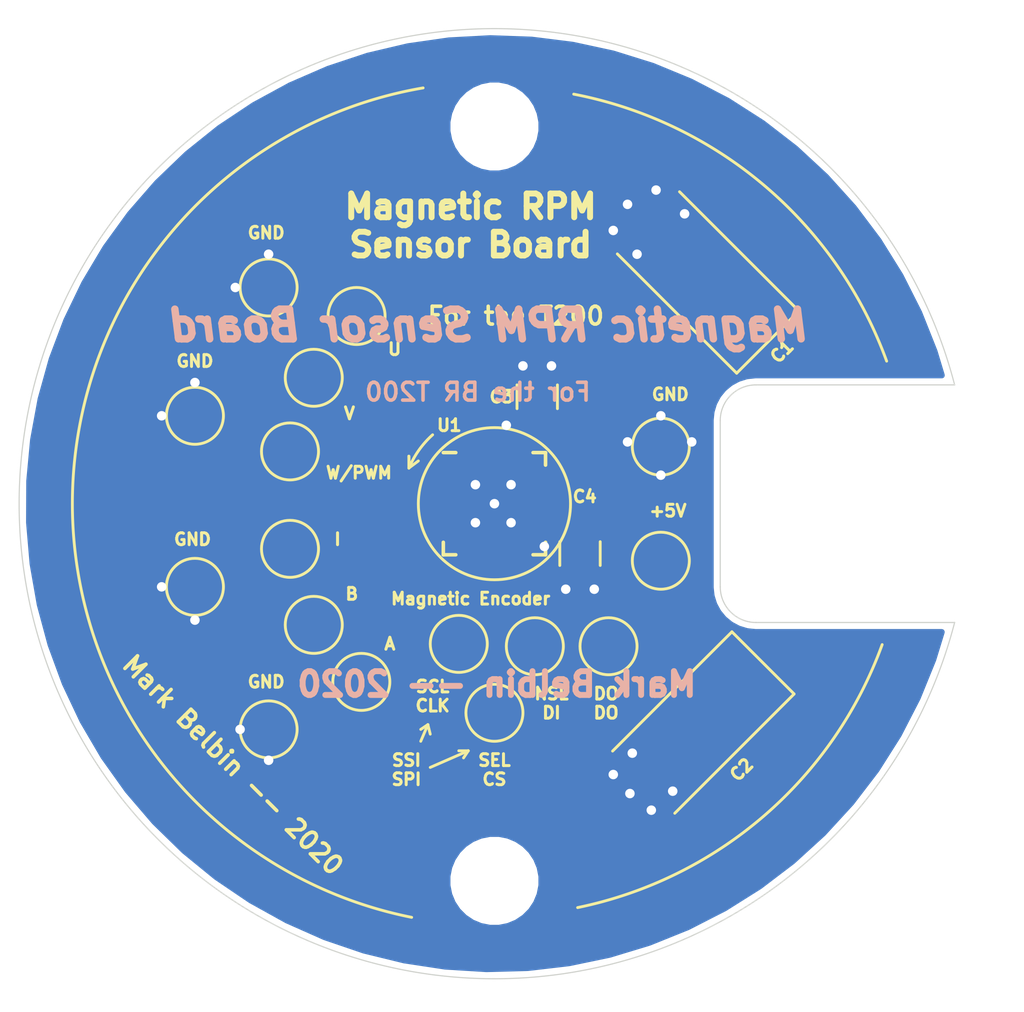
<source format=kicad_pcb>
(kicad_pcb (version 20171130) (host pcbnew "(5.1.5)-3")

  (general
    (thickness 1.6)
    (drawings 44)
    (tracks 122)
    (zones 0)
    (modules 23)
    (nets 23)
  )

  (page A4)
  (layers
    (0 F.Cu signal)
    (31 B.Cu signal)
    (32 B.Adhes user)
    (33 F.Adhes user)
    (34 B.Paste user)
    (35 F.Paste user)
    (36 B.SilkS user)
    (37 F.SilkS user)
    (38 B.Mask user)
    (39 F.Mask user)
    (40 Dwgs.User user)
    (41 Cmts.User user)
    (42 Eco1.User user)
    (43 Eco2.User user)
    (44 Edge.Cuts user)
    (45 Margin user)
    (46 B.CrtYd user)
    (47 F.CrtYd user)
    (48 B.Fab user)
    (49 F.Fab user hide)
  )

  (setup
    (last_trace_width 0.25)
    (user_trace_width 0.1524)
    (user_trace_width 1)
    (trace_clearance 0.2)
    (zone_clearance 0.25)
    (zone_45_only no)
    (trace_min 0.127)
    (via_size 0.8)
    (via_drill 0.4)
    (via_min_size 0.3)
    (via_min_drill 0.3)
    (user_via 0.5 0.3)
    (uvia_size 0.3)
    (uvia_drill 0.1)
    (uvias_allowed no)
    (uvia_min_size 0.2)
    (uvia_min_drill 0.1)
    (edge_width 0.05)
    (segment_width 0.2)
    (pcb_text_width 0.3)
    (pcb_text_size 1.5 1.5)
    (mod_edge_width 0.12)
    (mod_text_size 1 1)
    (mod_text_width 0.15)
    (pad_size 1.524 1.524)
    (pad_drill 0.762)
    (pad_to_mask_clearance 0.051)
    (solder_mask_min_width 0.25)
    (aux_axis_origin 0 0)
    (visible_elements FFFFFF7F)
    (pcbplotparams
      (layerselection 0x010f0_ffffffff)
      (usegerberextensions true)
      (usegerberattributes false)
      (usegerberadvancedattributes false)
      (creategerberjobfile false)
      (excludeedgelayer true)
      (linewidth 0.100000)
      (plotframeref false)
      (viasonmask false)
      (mode 1)
      (useauxorigin false)
      (hpglpennumber 1)
      (hpglpenspeed 20)
      (hpglpendiameter 15.000000)
      (psnegative false)
      (psa4output false)
      (plotreference true)
      (plotvalue true)
      (plotinvisibletext false)
      (padsonsilk false)
      (subtractmaskfromsilk false)
      (outputformat 1)
      (mirror false)
      (drillshape 0)
      (scaleselection 1)
      (outputdirectory "Gerbers/"))
  )

  (net 0 "")
  (net 1 +5V)
  (net 2 GND)
  (net 3 "Net-(J1-Pad1)")
  (net 4 "Net-(J2-Pad1)")
  (net 5 "Net-(J4-Pad1)")
  (net 6 "Net-(J5-Pad1)")
  (net 7 "Net-(J6-Pad1)")
  (net 8 "Net-(J7-Pad1)")
  (net 9 "Net-(J8-Pad1)")
  (net 10 "Net-(J9-Pad1)")
  (net 11 "Net-(J10-Pad1)")
  (net 12 "Net-(J11-Pad1)")
  (net 13 "Net-(U1-Pad18)")
  (net 14 "Net-(U1-Pad17)")
  (net 15 "Net-(U1-Pad16)")
  (net 16 "Net-(U1-Pad15)")
  (net 17 "Net-(U1-Pad6)")
  (net 18 "Net-(U1-Pad5)")
  (net 19 "Net-(U1-Pad4)")
  (net 20 "Net-(U1-Pad3)")
  (net 21 "Net-(U1-Pad2)")
  (net 22 "Net-(U1-Pad1)")

  (net_class Default "This is the default net class."
    (clearance 0.2)
    (trace_width 0.25)
    (via_dia 0.8)
    (via_drill 0.4)
    (uvia_dia 0.3)
    (uvia_drill 0.1)
    (add_net +5V)
    (add_net GND)
    (add_net "Net-(J1-Pad1)")
    (add_net "Net-(J10-Pad1)")
    (add_net "Net-(J11-Pad1)")
    (add_net "Net-(J2-Pad1)")
    (add_net "Net-(J4-Pad1)")
    (add_net "Net-(J5-Pad1)")
    (add_net "Net-(J6-Pad1)")
    (add_net "Net-(J7-Pad1)")
    (add_net "Net-(J8-Pad1)")
    (add_net "Net-(J9-Pad1)")
    (add_net "Net-(U1-Pad1)")
    (add_net "Net-(U1-Pad15)")
    (add_net "Net-(U1-Pad16)")
    (add_net "Net-(U1-Pad17)")
    (add_net "Net-(U1-Pad18)")
    (add_net "Net-(U1-Pad2)")
    (add_net "Net-(U1-Pad3)")
    (add_net "Net-(U1-Pad4)")
    (add_net "Net-(U1-Pad5)")
    (add_net "Net-(U1-Pad6)")
  )

  (module Capacitors_Tantalum_SMD:CP_Tantalum_Case-U_EIA-6032-15_Reflow (layer F.Cu) (tedit 58CC8C08) (tstamp 5E3088E1)
    (at 108.6 90.3 135)
    (descr "Tantalum capacitor, Case U, EIA 6032-15, 6.0x3.2x1.5mm, Reflow soldering footprint")
    (tags "capacitor tantalum smd")
    (path /5E33FE56)
    (attr smd)
    (fp_text reference C1 (at -4.808326 0.141421 225) (layer F.SilkS)
      (effects (font (size 0.5 0.5) (thickness 0.125)))
    )
    (fp_text value 100uF (at 0 3.35 135) (layer F.Fab)
      (effects (font (size 1 1) (thickness 0.15)))
    )
    (fp_text user %R (at 0 0 135) (layer F.Fab)
      (effects (font (size 1 1) (thickness 0.15)))
    )
    (fp_line (start -4.2 -2) (end -4.2 2) (layer F.CrtYd) (width 0.05))
    (fp_line (start -4.2 2) (end 4.2 2) (layer F.CrtYd) (width 0.05))
    (fp_line (start 4.2 2) (end 4.2 -2) (layer F.CrtYd) (width 0.05))
    (fp_line (start 4.2 -2) (end -4.2 -2) (layer F.CrtYd) (width 0.05))
    (fp_line (start -3 -1.6) (end -3 1.6) (layer F.Fab) (width 0.1))
    (fp_line (start -3 1.6) (end 3 1.6) (layer F.Fab) (width 0.1))
    (fp_line (start 3 1.6) (end 3 -1.6) (layer F.Fab) (width 0.1))
    (fp_line (start 3 -1.6) (end -3 -1.6) (layer F.Fab) (width 0.1))
    (fp_line (start -2.4 -1.6) (end -2.4 1.6) (layer F.Fab) (width 0.1))
    (fp_line (start -2.1 -1.6) (end -2.1 1.6) (layer F.Fab) (width 0.1))
    (fp_line (start -4.1 -1.85) (end 3 -1.85) (layer F.SilkS) (width 0.12))
    (fp_line (start -4.1 1.85) (end 3 1.85) (layer F.SilkS) (width 0.12))
    (fp_line (start -4.1 -1.85) (end -4.1 1.85) (layer F.SilkS) (width 0.12))
    (pad 1 smd rect (at -2.525 0 135) (size 2.55 2.5) (layers F.Cu F.Paste F.Mask)
      (net 1 +5V))
    (pad 2 smd rect (at 2.525 0 135) (size 2.55 2.5) (layers F.Cu F.Paste F.Mask)
      (net 2 GND))
    (model Capacitors_Tantalum_SMD.3dshapes/CP_Tantalum_Case-U_EIA-6032-15.wrl
      (at (xyz 0 0 0))
      (scale (xyz 1 1 1))
      (rotate (xyz 0 0 0))
    )
  )

  (module Capacitors_Tantalum_SMD:CP_Tantalum_Case-U_EIA-6032-15_Reflow (layer F.Cu) (tedit 58CC8C08) (tstamp 5E30967F)
    (at 108.4 109.6 225)
    (descr "Tantalum capacitor, Case U, EIA 6032-15, 6.0x3.2x1.5mm, Reflow soldering footprint")
    (tags "capacitor tantalum smd")
    (path /5E344CDE)
    (attr smd)
    (fp_text reference C2 (at -0.282843 -2.545584 45) (layer F.SilkS)
      (effects (font (size 0.5 0.5) (thickness 0.125)))
    )
    (fp_text value 100uF (at 0 3.35 45) (layer F.Fab)
      (effects (font (size 1 1) (thickness 0.15)))
    )
    (fp_line (start -4.1 -1.85) (end -4.1 1.85) (layer F.SilkS) (width 0.12))
    (fp_line (start -4.1 1.85) (end 3 1.85) (layer F.SilkS) (width 0.12))
    (fp_line (start -4.1 -1.85) (end 3 -1.85) (layer F.SilkS) (width 0.12))
    (fp_line (start -2.1 -1.6) (end -2.1 1.6) (layer F.Fab) (width 0.1))
    (fp_line (start -2.4 -1.6) (end -2.4 1.6) (layer F.Fab) (width 0.1))
    (fp_line (start 3 -1.6) (end -3 -1.6) (layer F.Fab) (width 0.1))
    (fp_line (start 3 1.6) (end 3 -1.6) (layer F.Fab) (width 0.1))
    (fp_line (start -3 1.6) (end 3 1.6) (layer F.Fab) (width 0.1))
    (fp_line (start -3 -1.6) (end -3 1.6) (layer F.Fab) (width 0.1))
    (fp_line (start 4.2 -2) (end -4.2 -2) (layer F.CrtYd) (width 0.05))
    (fp_line (start 4.2 2) (end 4.2 -2) (layer F.CrtYd) (width 0.05))
    (fp_line (start -4.2 2) (end 4.2 2) (layer F.CrtYd) (width 0.05))
    (fp_line (start -4.2 -2) (end -4.2 2) (layer F.CrtYd) (width 0.05))
    (fp_text user %R (at 0 0 45) (layer F.Fab)
      (effects (font (size 1 1) (thickness 0.15)))
    )
    (pad 2 smd rect (at 2.525 0 225) (size 2.55 2.5) (layers F.Cu F.Paste F.Mask)
      (net 2 GND))
    (pad 1 smd rect (at -2.525 0 225) (size 2.55 2.5) (layers F.Cu F.Paste F.Mask)
      (net 1 +5V))
    (model Capacitors_Tantalum_SMD.3dshapes/CP_Tantalum_Case-U_EIA-6032-15.wrl
      (at (xyz 0 0 0))
      (scale (xyz 1 1 1))
      (rotate (xyz 0 0 0))
    )
  )

  (module Capacitors_SMD:C_0805 (layer F.Cu) (tedit 58AA8463) (tstamp 5E308906)
    (at 101.8 95.5 90)
    (descr "Capacitor SMD 0805, reflow soldering, AVX (see smccp.pdf)")
    (tags "capacitor 0805")
    (path /5E310723)
    (attr smd)
    (fp_text reference C3 (at 0 -1.5 180) (layer F.SilkS)
      (effects (font (size 0.5 0.5) (thickness 0.125)))
    )
    (fp_text value 0.1uF (at 0 1.75 90) (layer F.Fab)
      (effects (font (size 1 1) (thickness 0.15)))
    )
    (fp_line (start 1.75 0.87) (end -1.75 0.87) (layer F.CrtYd) (width 0.05))
    (fp_line (start 1.75 0.87) (end 1.75 -0.88) (layer F.CrtYd) (width 0.05))
    (fp_line (start -1.75 -0.88) (end -1.75 0.87) (layer F.CrtYd) (width 0.05))
    (fp_line (start -1.75 -0.88) (end 1.75 -0.88) (layer F.CrtYd) (width 0.05))
    (fp_line (start -0.5 0.85) (end 0.5 0.85) (layer F.SilkS) (width 0.12))
    (fp_line (start 0.5 -0.85) (end -0.5 -0.85) (layer F.SilkS) (width 0.12))
    (fp_line (start -1 -0.62) (end 1 -0.62) (layer F.Fab) (width 0.1))
    (fp_line (start 1 -0.62) (end 1 0.62) (layer F.Fab) (width 0.1))
    (fp_line (start 1 0.62) (end -1 0.62) (layer F.Fab) (width 0.1))
    (fp_line (start -1 0.62) (end -1 -0.62) (layer F.Fab) (width 0.1))
    (fp_text user %R (at 0 -1.5 90) (layer F.Fab)
      (effects (font (size 1 1) (thickness 0.15)))
    )
    (pad 2 smd rect (at 1 0 90) (size 1 1.25) (layers F.Cu F.Paste F.Mask)
      (net 2 GND))
    (pad 1 smd rect (at -1 0 90) (size 1 1.25) (layers F.Cu F.Paste F.Mask)
      (net 1 +5V))
    (model Capacitors_SMD.3dshapes/C_0805.wrl
      (at (xyz 0 0 0))
      (scale (xyz 1 1 1))
      (rotate (xyz 0 0 0))
    )
  )

  (module Capacitors_SMD:C_0805 (layer F.Cu) (tedit 58AA8463) (tstamp 5E308917)
    (at 103.6 102.1 270)
    (descr "Capacitor SMD 0805, reflow soldering, AVX (see smccp.pdf)")
    (tags "capacitor 0805")
    (path /5E30EFF3)
    (attr smd)
    (fp_text reference C4 (at -2.4 -0.2 180) (layer F.SilkS)
      (effects (font (size 0.5 0.5) (thickness 0.125)))
    )
    (fp_text value 10uF (at 0 1.75 90) (layer F.Fab)
      (effects (font (size 1 1) (thickness 0.15)))
    )
    (fp_text user %R (at 0 -1.5 90) (layer F.Fab)
      (effects (font (size 1 1) (thickness 0.15)))
    )
    (fp_line (start -1 0.62) (end -1 -0.62) (layer F.Fab) (width 0.1))
    (fp_line (start 1 0.62) (end -1 0.62) (layer F.Fab) (width 0.1))
    (fp_line (start 1 -0.62) (end 1 0.62) (layer F.Fab) (width 0.1))
    (fp_line (start -1 -0.62) (end 1 -0.62) (layer F.Fab) (width 0.1))
    (fp_line (start 0.5 -0.85) (end -0.5 -0.85) (layer F.SilkS) (width 0.12))
    (fp_line (start -0.5 0.85) (end 0.5 0.85) (layer F.SilkS) (width 0.12))
    (fp_line (start -1.75 -0.88) (end 1.75 -0.88) (layer F.CrtYd) (width 0.05))
    (fp_line (start -1.75 -0.88) (end -1.75 0.87) (layer F.CrtYd) (width 0.05))
    (fp_line (start 1.75 0.87) (end 1.75 -0.88) (layer F.CrtYd) (width 0.05))
    (fp_line (start 1.75 0.87) (end -1.75 0.87) (layer F.CrtYd) (width 0.05))
    (pad 1 smd rect (at -1 0 270) (size 1 1.25) (layers F.Cu F.Paste F.Mask)
      (net 1 +5V))
    (pad 2 smd rect (at 1 0 270) (size 1 1.25) (layers F.Cu F.Paste F.Mask)
      (net 2 GND))
    (model Capacitors_SMD.3dshapes/C_0805.wrl
      (at (xyz 0 0 0))
      (scale (xyz 1 1 1))
      (rotate (xyz 0 0 0))
    )
  )

  (module Mounting_Holes:MountingHole_3.2mm_M3_ISO14580 (layer F.Cu) (tedit 56D1B4CB) (tstamp 5E309377)
    (at 100 84.125)
    (descr "Mounting Hole 3.2mm, no annular, M3, ISO14580")
    (tags "mounting hole 3.2mm no annular m3 iso14580")
    (path /5E30C95B)
    (attr virtual)
    (fp_text reference H1 (at 0 -3.75) (layer F.SilkS) hide
      (effects (font (size 1 1) (thickness 0.15)))
    )
    (fp_text value MountingHole (at 0 3.75) (layer F.Fab)
      (effects (font (size 1 1) (thickness 0.15)))
    )
    (fp_circle (center 0 0) (end 3 0) (layer F.CrtYd) (width 0.05))
    (fp_circle (center 0 0) (end 2.75 0) (layer Cmts.User) (width 0.15))
    (fp_text user %R (at 0.3 0) (layer F.Fab)
      (effects (font (size 1 1) (thickness 0.15)))
    )
    (pad 1 np_thru_hole circle (at 0 0) (size 3.2 3.2) (drill 3.2) (layers *.Cu *.Mask))
  )

  (module Mounting_Holes:MountingHole_3.2mm_M3_ISO14580 (layer F.Cu) (tedit 56D1B4CB) (tstamp 5E308927)
    (at 100 115.875)
    (descr "Mounting Hole 3.2mm, no annular, M3, ISO14580")
    (tags "mounting hole 3.2mm no annular m3 iso14580")
    (path /5E30DB5E)
    (attr virtual)
    (fp_text reference H2 (at 0 -3.75) (layer F.SilkS) hide
      (effects (font (size 1 1) (thickness 0.15)))
    )
    (fp_text value MountingHole (at 0 3.75) (layer F.Fab)
      (effects (font (size 1 1) (thickness 0.15)))
    )
    (fp_text user %R (at 0.3 0) (layer F.Fab)
      (effects (font (size 1 1) (thickness 0.15)))
    )
    (fp_circle (center 0 0) (end 2.75 0) (layer Cmts.User) (width 0.15))
    (fp_circle (center 0 0) (end 3 0) (layer F.CrtYd) (width 0.05))
    (pad 1 np_thru_hole circle (at 0 0) (size 3.2 3.2) (drill 3.2) (layers *.Cu *.Mask))
  )

  (module Housings_DFN_QFN:QFN-24-1EP_4x4mm_Pitch0.5mm (layer F.Cu) (tedit 54130A77) (tstamp 5E308AD7)
    (at 100 100)
    (descr "24-Lead Plastic Quad Flat, No Lead Package (MJ) - 4x4x0.9 mm Body [QFN]; (see Microchip Packaging Specification 00000049BS.pdf)")
    (tags "QFN 0.5")
    (path /5E30854E)
    (clearance 0.127)
    (attr smd)
    (fp_text reference U1 (at -1.9 -3.3) (layer F.SilkS)
      (effects (font (size 0.5 0.5) (thickness 0.125)))
    )
    (fp_text value MAG_ENCODER_AEAT-8800-Q24 (at 0 3.375) (layer F.Fab)
      (effects (font (size 1 1) (thickness 0.15)))
    )
    (fp_line (start 2.15 -2.15) (end 1.625 -2.15) (layer F.SilkS) (width 0.15))
    (fp_line (start 2.15 2.15) (end 1.625 2.15) (layer F.SilkS) (width 0.15))
    (fp_line (start -2.15 2.15) (end -1.625 2.15) (layer F.SilkS) (width 0.15))
    (fp_line (start -2.15 -2.15) (end -1.625 -2.15) (layer F.SilkS) (width 0.15))
    (fp_line (start 2.15 2.15) (end 2.15 1.625) (layer F.SilkS) (width 0.15))
    (fp_line (start -2.15 2.15) (end -2.15 1.625) (layer F.SilkS) (width 0.15))
    (fp_line (start 2.15 -2.15) (end 2.15 -1.625) (layer F.SilkS) (width 0.15))
    (fp_line (start -2.65 2.65) (end 2.65 2.65) (layer F.CrtYd) (width 0.05))
    (fp_line (start -2.65 -2.65) (end 2.65 -2.65) (layer F.CrtYd) (width 0.05))
    (fp_line (start 2.65 -2.65) (end 2.65 2.65) (layer F.CrtYd) (width 0.05))
    (fp_line (start -2.65 -2.65) (end -2.65 2.65) (layer F.CrtYd) (width 0.05))
    (fp_line (start -2 -1) (end -1 -2) (layer F.Fab) (width 0.15))
    (fp_line (start -2 2) (end -2 -1) (layer F.Fab) (width 0.15))
    (fp_line (start 2 2) (end -2 2) (layer F.Fab) (width 0.15))
    (fp_line (start 2 -2) (end 2 2) (layer F.Fab) (width 0.15))
    (fp_line (start -1 -2) (end 2 -2) (layer F.Fab) (width 0.15))
    (pad 25 smd rect (at -0.65 -0.65) (size 1.3 1.3) (layers F.Cu F.Paste F.Mask)
      (net 2 GND) (solder_paste_margin_ratio -0.2))
    (pad 25 smd rect (at -0.65 0.65) (size 1.3 1.3) (layers F.Cu F.Paste F.Mask)
      (net 2 GND) (solder_paste_margin_ratio -0.2))
    (pad 25 smd rect (at 0.65 -0.65) (size 1.3 1.3) (layers F.Cu F.Paste F.Mask)
      (net 2 GND) (solder_paste_margin_ratio -0.2))
    (pad 25 smd rect (at 0.65 0.65) (size 1.3 1.3) (layers F.Cu F.Paste F.Mask)
      (net 2 GND) (solder_paste_margin_ratio -0.2))
    (pad 24 smd rect (at -1.25 -1.95 90) (size 0.85 0.3) (layers F.Cu F.Paste F.Mask)
      (net 8 "Net-(J7-Pad1)"))
    (pad 23 smd rect (at -0.75 -1.95 90) (size 0.85 0.3) (layers F.Cu F.Paste F.Mask)
      (net 7 "Net-(J6-Pad1)"))
    (pad 22 smd rect (at -0.25 -1.95 90) (size 0.85 0.3) (layers F.Cu F.Paste F.Mask)
      (net 6 "Net-(J5-Pad1)"))
    (pad 21 smd rect (at 0.25 -1.95 90) (size 0.85 0.3) (layers F.Cu F.Paste F.Mask)
      (net 12 "Net-(J11-Pad1)"))
    (pad 20 smd rect (at 0.75 -1.95 90) (size 0.85 0.3) (layers F.Cu F.Paste F.Mask)
      (net 2 GND))
    (pad 19 smd rect (at 1.25 -1.95 90) (size 0.85 0.3) (layers F.Cu F.Paste F.Mask)
      (net 1 +5V))
    (pad 18 smd rect (at 1.95 -1.25) (size 0.85 0.3) (layers F.Cu F.Paste F.Mask)
      (net 13 "Net-(U1-Pad18)"))
    (pad 17 smd rect (at 1.95 -0.75) (size 0.85 0.3) (layers F.Cu F.Paste F.Mask)
      (net 14 "Net-(U1-Pad17)"))
    (pad 16 smd rect (at 1.95 -0.25) (size 0.85 0.3) (layers F.Cu F.Paste F.Mask)
      (net 15 "Net-(U1-Pad16)"))
    (pad 15 smd rect (at 1.95 0.25) (size 0.85 0.3) (layers F.Cu F.Paste F.Mask)
      (net 16 "Net-(U1-Pad15)"))
    (pad 14 smd rect (at 1.95 0.75) (size 0.85 0.3) (layers F.Cu F.Paste F.Mask)
      (net 1 +5V))
    (pad 13 smd rect (at 1.95 1.25) (size 0.85 0.3) (layers F.Cu F.Paste F.Mask)
      (net 2 GND))
    (pad 12 smd rect (at 1.25 1.95 90) (size 0.85 0.3) (layers F.Cu F.Paste F.Mask)
      (net 11 "Net-(J10-Pad1)"))
    (pad 11 smd rect (at 0.75 1.95 90) (size 0.85 0.3) (layers F.Cu F.Paste F.Mask)
      (net 10 "Net-(J9-Pad1)"))
    (pad 10 smd rect (at 0.25 1.95 90) (size 0.85 0.3) (layers F.Cu F.Paste F.Mask)
      (net 9 "Net-(J8-Pad1)"))
    (pad 9 smd rect (at -0.25 1.95 90) (size 0.85 0.3) (layers F.Cu F.Paste F.Mask)
      (net 5 "Net-(J4-Pad1)"))
    (pad 8 smd rect (at -0.75 1.95 90) (size 0.85 0.3) (layers F.Cu F.Paste F.Mask)
      (net 4 "Net-(J2-Pad1)"))
    (pad 7 smd rect (at -1.25 1.95 90) (size 0.85 0.3) (layers F.Cu F.Paste F.Mask)
      (net 3 "Net-(J1-Pad1)"))
    (pad 6 smd rect (at -1.95 1.25) (size 0.85 0.3) (layers F.Cu F.Paste F.Mask)
      (net 17 "Net-(U1-Pad6)"))
    (pad 5 smd rect (at -1.95 0.75) (size 0.85 0.3) (layers F.Cu F.Paste F.Mask)
      (net 18 "Net-(U1-Pad5)"))
    (pad 4 smd rect (at -1.95 0.25) (size 0.85 0.3) (layers F.Cu F.Paste F.Mask)
      (net 19 "Net-(U1-Pad4)"))
    (pad 3 smd rect (at -1.95 -0.25) (size 0.85 0.3) (layers F.Cu F.Paste F.Mask)
      (net 20 "Net-(U1-Pad3)"))
    (pad 2 smd rect (at -1.95 -0.75) (size 0.85 0.3) (layers F.Cu F.Paste F.Mask)
      (net 21 "Net-(U1-Pad2)"))
    (pad 1 smd rect (at -1.95 -1.25) (size 0.85 0.3) (layers F.Cu F.Paste F.Mask)
      (net 22 "Net-(U1-Pad1)"))
    (model ${KISYS3DMOD}/Housings_DFN_QFN.3dshapes/QFN-24-1EP_4x4mm_Pitch0.5mm.wrl
      (at (xyz 0 0 0))
      (scale (xyz 1 1 1))
      (rotate (xyz 0 0 0))
    )
  )

  (module Testpoints:TestPoint_Pad_D2.0mm (layer F.Cu) (tedit 5A0F774F) (tstamp 5E309222)
    (at 91.4 101.9)
    (descr "SMD pad as test Point, diameter 2.0mm")
    (tags "test point SMD pad")
    (path /5E324C0D)
    (attr virtual)
    (fp_text reference J1 (at 0 -1.998) (layer F.SilkS) hide
      (effects (font (size 1 1) (thickness 0.15)))
    )
    (fp_text value I (at 0 2.05) (layer F.Fab)
      (effects (font (size 1 1) (thickness 0.15)))
    )
    (fp_circle (center 0 0) (end 0 1.2) (layer F.SilkS) (width 0.12))
    (fp_circle (center 0 0) (end 1.5 0) (layer F.CrtYd) (width 0.05))
    (fp_text user %R (at 0 -2) (layer F.Fab)
      (effects (font (size 1 1) (thickness 0.15)))
    )
    (pad 1 smd circle (at 0 0) (size 2 2) (layers F.Cu F.Mask)
      (net 3 "Net-(J1-Pad1)"))
  )

  (module Testpoints:TestPoint_Pad_D2.0mm (layer F.Cu) (tedit 5A0F774F) (tstamp 5E309229)
    (at 92.4 105.1)
    (descr "SMD pad as test Point, diameter 2.0mm")
    (tags "test point SMD pad")
    (path /5E325BD5)
    (attr virtual)
    (fp_text reference J2 (at 0 -1.998) (layer F.SilkS) hide
      (effects (font (size 1 1) (thickness 0.15)))
    )
    (fp_text value B (at 0 2.05) (layer F.Fab)
      (effects (font (size 1 1) (thickness 0.15)))
    )
    (fp_text user %R (at 0 -2) (layer F.Fab)
      (effects (font (size 1 1) (thickness 0.15)))
    )
    (fp_circle (center 0 0) (end 1.5 0) (layer F.CrtYd) (width 0.05))
    (fp_circle (center 0 0) (end 0 1.2) (layer F.SilkS) (width 0.12))
    (pad 1 smd circle (at 0 0) (size 2 2) (layers F.Cu F.Mask)
      (net 4 "Net-(J2-Pad1)"))
  )

  (module Testpoints:TestPoint_Pad_D2.0mm (layer F.Cu) (tedit 5A0F774F) (tstamp 5E309230)
    (at 107 102.4)
    (descr "SMD pad as test Point, diameter 2.0mm")
    (tags "test point SMD pad")
    (path /5E35F5AC)
    (attr virtual)
    (fp_text reference J3 (at 0 -1.998) (layer F.SilkS) hide
      (effects (font (size 1 1) (thickness 0.15)))
    )
    (fp_text value I (at 0 2.05) (layer F.Fab)
      (effects (font (size 1 1) (thickness 0.15)))
    )
    (fp_text user %R (at 0 -2) (layer F.Fab)
      (effects (font (size 1 1) (thickness 0.15)))
    )
    (fp_circle (center 0 0) (end 1.5 0) (layer F.CrtYd) (width 0.05))
    (fp_circle (center 0 0) (end 0 1.2) (layer F.SilkS) (width 0.12))
    (pad 1 smd circle (at 0 0) (size 2 2) (layers F.Cu F.Mask)
      (net 1 +5V))
  )

  (module Testpoints:TestPoint_Pad_D2.0mm (layer F.Cu) (tedit 5A0F774F) (tstamp 5E309237)
    (at 94.4 107.5)
    (descr "SMD pad as test Point, diameter 2.0mm")
    (tags "test point SMD pad")
    (path /5E325F04)
    (attr virtual)
    (fp_text reference J4 (at 0 -1.998) (layer F.SilkS) hide
      (effects (font (size 1 1) (thickness 0.15)))
    )
    (fp_text value A (at 0 2.05) (layer F.Fab)
      (effects (font (size 1 1) (thickness 0.15)))
    )
    (fp_circle (center 0 0) (end 0 1.2) (layer F.SilkS) (width 0.12))
    (fp_circle (center 0 0) (end 1.5 0) (layer F.CrtYd) (width 0.05))
    (fp_text user %R (at 0 -2) (layer F.Fab)
      (effects (font (size 1 1) (thickness 0.15)))
    )
    (pad 1 smd circle (at 0 0) (size 2 2) (layers F.Cu F.Mask)
      (net 5 "Net-(J4-Pad1)"))
  )

  (module Testpoints:TestPoint_Pad_D2.0mm (layer F.Cu) (tedit 5A0F774F) (tstamp 5E30923E)
    (at 94.2 92.1)
    (descr "SMD pad as test Point, diameter 2.0mm")
    (tags "test point SMD pad")
    (path /5E326206)
    (attr virtual)
    (fp_text reference J5 (at 0 -1.998) (layer F.SilkS) hide
      (effects (font (size 1 1) (thickness 0.15)))
    )
    (fp_text value U (at 0 2.05) (layer F.Fab)
      (effects (font (size 1 1) (thickness 0.15)))
    )
    (fp_text user %R (at 0 -2) (layer F.Fab)
      (effects (font (size 1 1) (thickness 0.15)))
    )
    (fp_circle (center 0 0) (end 1.5 0) (layer F.CrtYd) (width 0.05))
    (fp_circle (center 0 0) (end 0 1.2) (layer F.SilkS) (width 0.12))
    (pad 1 smd circle (at 0 0) (size 2 2) (layers F.Cu F.Mask)
      (net 6 "Net-(J5-Pad1)"))
  )

  (module Testpoints:TestPoint_Pad_D2.0mm (layer F.Cu) (tedit 5A0F774F) (tstamp 5E309245)
    (at 92.4 94.7)
    (descr "SMD pad as test Point, diameter 2.0mm")
    (tags "test point SMD pad")
    (path /5E3267EE)
    (attr virtual)
    (fp_text reference J6 (at 0 -1.998) (layer F.SilkS) hide
      (effects (font (size 1 1) (thickness 0.15)))
    )
    (fp_text value V (at 0 2.05) (layer F.Fab)
      (effects (font (size 1 1) (thickness 0.15)))
    )
    (fp_text user %R (at 0 -2) (layer F.Fab)
      (effects (font (size 1 1) (thickness 0.15)))
    )
    (fp_circle (center 0 0) (end 1.5 0) (layer F.CrtYd) (width 0.05))
    (fp_circle (center 0 0) (end 0 1.2) (layer F.SilkS) (width 0.12))
    (pad 1 smd circle (at 0 0) (size 2 2) (layers F.Cu F.Mask)
      (net 7 "Net-(J6-Pad1)"))
  )

  (module Testpoints:TestPoint_Pad_D2.0mm (layer F.Cu) (tedit 5A0F774F) (tstamp 5E30924C)
    (at 91.4 97.8)
    (descr "SMD pad as test Point, diameter 2.0mm")
    (tags "test point SMD pad")
    (path /5E326A79)
    (attr virtual)
    (fp_text reference J7 (at 0 -1.998) (layer F.SilkS) hide
      (effects (font (size 1 1) (thickness 0.15)))
    )
    (fp_text value W/PWM (at 0 2.05) (layer F.Fab)
      (effects (font (size 1 1) (thickness 0.15)))
    )
    (fp_circle (center 0 0) (end 0 1.2) (layer F.SilkS) (width 0.12))
    (fp_circle (center 0 0) (end 1.5 0) (layer F.CrtYd) (width 0.05))
    (fp_text user %R (at 0 -2) (layer F.Fab)
      (effects (font (size 1 1) (thickness 0.15)))
    )
    (pad 1 smd circle (at 0 0) (size 2 2) (layers F.Cu F.Mask)
      (net 8 "Net-(J7-Pad1)"))
  )

  (module Testpoints:TestPoint_Pad_D2.0mm (layer F.Cu) (tedit 5A0F774F) (tstamp 5E30AFA5)
    (at 98.5 105.9)
    (descr "SMD pad as test Point, diameter 2.0mm")
    (tags "test point SMD pad")
    (path /5E326D87)
    (attr virtual)
    (fp_text reference J8 (at 0 -1.998) (layer F.SilkS) hide
      (effects (font (size 1 1) (thickness 0.15)))
    )
    (fp_text value SCL/CLK (at 0 2.05) (layer F.Fab)
      (effects (font (size 1 1) (thickness 0.15)))
    )
    (fp_text user %R (at 0 -2) (layer F.Fab)
      (effects (font (size 1 1) (thickness 0.15)))
    )
    (fp_circle (center 0 0) (end 1.5 0) (layer F.CrtYd) (width 0.05))
    (fp_circle (center 0 0) (end 0 1.2) (layer F.SilkS) (width 0.12))
    (pad 1 smd circle (at 0 0) (size 2 2) (layers F.Cu F.Mask)
      (net 9 "Net-(J8-Pad1)"))
  )

  (module Testpoints:TestPoint_Pad_D2.0mm (layer F.Cu) (tedit 5A0F774F) (tstamp 5E30925A)
    (at 101.7 106)
    (descr "SMD pad as test Point, diameter 2.0mm")
    (tags "test point SMD pad")
    (path /5E327659)
    (attr virtual)
    (fp_text reference J9 (at 0 -1.998) (layer F.SilkS) hide
      (effects (font (size 1 1) (thickness 0.15)))
    )
    (fp_text value NSL/DI (at 0 2.05) (layer F.Fab)
      (effects (font (size 1 1) (thickness 0.15)))
    )
    (fp_circle (center 0 0) (end 0 1.2) (layer F.SilkS) (width 0.12))
    (fp_circle (center 0 0) (end 1.5 0) (layer F.CrtYd) (width 0.05))
    (fp_text user %R (at 0 -2) (layer F.Fab)
      (effects (font (size 1 1) (thickness 0.15)))
    )
    (pad 1 smd circle (at 0 0) (size 2 2) (layers F.Cu F.Mask)
      (net 10 "Net-(J9-Pad1)"))
  )

  (module Testpoints:TestPoint_Pad_D2.0mm (layer F.Cu) (tedit 5A0F774F) (tstamp 5E309261)
    (at 104.8 106)
    (descr "SMD pad as test Point, diameter 2.0mm")
    (tags "test point SMD pad")
    (path /5E327B31)
    (attr virtual)
    (fp_text reference J10 (at 0 -1.998) (layer F.SilkS) hide
      (effects (font (size 1 1) (thickness 0.15)))
    )
    (fp_text value DO/DO (at 0 2.05) (layer F.Fab)
      (effects (font (size 1 1) (thickness 0.15)))
    )
    (fp_text user %R (at 0 -2) (layer F.Fab)
      (effects (font (size 1 1) (thickness 0.15)))
    )
    (fp_circle (center 0 0) (end 1.5 0) (layer F.CrtYd) (width 0.05))
    (fp_circle (center 0 0) (end 0 1.2) (layer F.SilkS) (width 0.12))
    (pad 1 smd circle (at 0 0) (size 2 2) (layers F.Cu F.Mask)
      (net 11 "Net-(J10-Pad1)"))
  )

  (module Testpoints:TestPoint_Pad_D2.0mm (layer F.Cu) (tedit 5A0F774F) (tstamp 5E309268)
    (at 100 108.8)
    (descr "SMD pad as test Point, diameter 2.0mm")
    (tags "test point SMD pad")
    (path /5E327EA2)
    (attr virtual)
    (fp_text reference J11 (at 0 -1.998) (layer F.SilkS) hide
      (effects (font (size 1 1) (thickness 0.15)))
    )
    (fp_text value SEL/SEL (at 0 2.05) (layer F.Fab)
      (effects (font (size 1 1) (thickness 0.15)))
    )
    (fp_circle (center 0 0) (end 0 1.2) (layer F.SilkS) (width 0.12))
    (fp_circle (center 0 0) (end 1.5 0) (layer F.CrtYd) (width 0.05))
    (fp_text user %R (at 0 -2) (layer F.Fab)
      (effects (font (size 1 1) (thickness 0.15)))
    )
    (pad 1 smd circle (at 0 0) (size 2 2) (layers F.Cu F.Mask)
      (net 12 "Net-(J11-Pad1)"))
  )

  (module Testpoints:TestPoint_Pad_D2.0mm (layer F.Cu) (tedit 5A0F774F) (tstamp 5E30926F)
    (at 107 97.6)
    (descr "SMD pad as test Point, diameter 2.0mm")
    (tags "test point SMD pad")
    (path /5E360C7C)
    (attr virtual)
    (fp_text reference J12 (at 0 -1.998) (layer F.SilkS) hide
      (effects (font (size 1 1) (thickness 0.15)))
    )
    (fp_text value I (at 0 2.05) (layer F.Fab)
      (effects (font (size 1 1) (thickness 0.15)))
    )
    (fp_circle (center 0 0) (end 0 1.2) (layer F.SilkS) (width 0.12))
    (fp_circle (center 0 0) (end 1.5 0) (layer F.CrtYd) (width 0.05))
    (fp_text user %R (at 0 -2) (layer F.Fab)
      (effects (font (size 1 1) (thickness 0.15)))
    )
    (pad 1 smd circle (at 0 0) (size 2 2) (layers F.Cu F.Mask)
      (net 2 GND))
  )

  (module Testpoints:TestPoint_Pad_D2.0mm (layer F.Cu) (tedit 5A0F774F) (tstamp 5E30989A)
    (at 87.4 96.3)
    (descr "SMD pad as test Point, diameter 2.0mm")
    (tags "test point SMD pad")
    (path /5E3769E9)
    (attr virtual)
    (fp_text reference J13 (at 0 -1.998) (layer F.SilkS) hide
      (effects (font (size 1 1) (thickness 0.15)))
    )
    (fp_text value I (at 0 2.05) (layer F.Fab)
      (effects (font (size 1 1) (thickness 0.15)))
    )
    (fp_circle (center 0 0) (end 0 1.2) (layer F.SilkS) (width 0.12))
    (fp_circle (center 0 0) (end 1.5 0) (layer F.CrtYd) (width 0.05))
    (fp_text user %R (at 0 -2) (layer F.Fab)
      (effects (font (size 1 1) (thickness 0.15)))
    )
    (pad 1 smd circle (at 0 0) (size 2 2) (layers F.Cu F.Mask)
      (net 2 GND))
  )

  (module Testpoints:TestPoint_Pad_D2.0mm (layer F.Cu) (tedit 5A0F774F) (tstamp 5E3098A2)
    (at 90.5 90.9)
    (descr "SMD pad as test Point, diameter 2.0mm")
    (tags "test point SMD pad")
    (path /5E377ABE)
    (attr virtual)
    (fp_text reference J14 (at 0 -1.998) (layer F.SilkS) hide
      (effects (font (size 1 1) (thickness 0.15)))
    )
    (fp_text value I (at 0 2.05) (layer F.Fab)
      (effects (font (size 1 1) (thickness 0.15)))
    )
    (fp_text user %R (at 0 -2) (layer F.Fab)
      (effects (font (size 1 1) (thickness 0.15)))
    )
    (fp_circle (center 0 0) (end 1.5 0) (layer F.CrtYd) (width 0.05))
    (fp_circle (center 0 0) (end 0 1.2) (layer F.SilkS) (width 0.12))
    (pad 1 smd circle (at 0 0) (size 2 2) (layers F.Cu F.Mask)
      (net 2 GND))
  )

  (module Testpoints:TestPoint_Pad_D2.0mm (layer F.Cu) (tedit 5A0F774F) (tstamp 5E3098AA)
    (at 87.4 103.5)
    (descr "SMD pad as test Point, diameter 2.0mm")
    (tags "test point SMD pad")
    (path /5E379145)
    (attr virtual)
    (fp_text reference J15 (at 0 -1.998) (layer F.SilkS) hide
      (effects (font (size 1 1) (thickness 0.15)))
    )
    (fp_text value I (at 0 2.05) (layer F.Fab)
      (effects (font (size 1 1) (thickness 0.15)))
    )
    (fp_circle (center 0 0) (end 0 1.2) (layer F.SilkS) (width 0.12))
    (fp_circle (center 0 0) (end 1.5 0) (layer F.CrtYd) (width 0.05))
    (fp_text user %R (at 0 -2) (layer F.Fab)
      (effects (font (size 1 1) (thickness 0.15)))
    )
    (pad 1 smd circle (at 0 0) (size 2 2) (layers F.Cu F.Mask)
      (net 2 GND))
  )

  (module Testpoints:TestPoint_Pad_D2.0mm (layer F.Cu) (tedit 5A0F774F) (tstamp 5E3098B2)
    (at 90.5 109.5)
    (descr "SMD pad as test Point, diameter 2.0mm")
    (tags "test point SMD pad")
    (path /5E379427)
    (attr virtual)
    (fp_text reference J16 (at 0 -1.998) (layer F.SilkS) hide
      (effects (font (size 1 1) (thickness 0.15)))
    )
    (fp_text value I (at 0 2.05) (layer F.Fab)
      (effects (font (size 1 1) (thickness 0.15)))
    )
    (fp_text user %R (at 0 -2) (layer F.Fab)
      (effects (font (size 1 1) (thickness 0.15)))
    )
    (fp_circle (center 0 0) (end 1.5 0) (layer F.CrtYd) (width 0.05))
    (fp_circle (center 0 0) (end 0 1.2) (layer F.SilkS) (width 0.12))
    (pad 1 smd circle (at 0 0) (size 2 2) (layers F.Cu F.Mask)
      (net 2 GND))
  )

  (gr_arc (start 100 100) (end 116.499999 94.000001) (angle -59.06283083) (layer F.SilkS) (width 0.12))
  (gr_arc (start 100 100) (end 103.499999 116.999999) (angle -58.38325948) (layer F.SilkS) (width 0.12))
  (gr_arc (start 100 100) (end 97 82.5) (angle -158.962489) (layer F.SilkS) (width 0.12))
  (gr_line (start 96.4 98.5) (end 96.8 98.2) (layer F.SilkS) (width 0.12))
  (gr_line (start 96.4 98) (end 96.4 98.5) (layer F.SilkS) (width 0.12))
  (gr_line (start 96.410625 98.461697) (end 96.4 98) (layer F.SilkS) (width 0.12))
  (gr_arc (start 100 100) (end 97.4 97.1) (angle -25.50226551) (layer F.SilkS) (width 0.12))
  (gr_circle (center 100 100) (end 102.5 98) (layer F.SilkS) (width 0.12))
  (gr_text "For the T200" (at 100.9 92.1) (layer F.SilkS)
    (effects (font (size 0.75 0.75) (thickness 0.15)))
  )
  (gr_text "Mark Belbin -- 2020" (at 89 111 315) (layer F.SilkS)
    (effects (font (size 0.75 0.75) (thickness 0.15)))
  )
  (gr_text "Magnetic RPM\nSensor Board" (at 99 88.3) (layer F.SilkS)
    (effects (font (size 1 1) (thickness 0.25)))
  )
  (gr_text "For the BR T200" (at 99.3 95.3) (layer B.SilkS)
    (effects (font (size 0.75 0.75) (thickness 0.15)) (justify mirror))
  )
  (gr_text "Mark Belbin -- 2020" (at 100.1 107.6) (layer B.SilkS)
    (effects (font (size 1 1) (thickness 0.25)) (justify mirror))
  )
  (gr_text "Magnetic RPM Sensor Board" (at 99.8 92.5) (layer B.SilkS)
    (effects (font (size 1.25 1.25) (thickness 0.3125) italic) (justify mirror))
  )
  (gr_text +5V (at 107.3 100.3) (layer F.SilkS) (tstamp 5E30AF46)
    (effects (font (size 0.5 0.5) (thickness 0.125)))
  )
  (gr_text GND (at 107.4 95.4) (layer F.SilkS) (tstamp 5E30AF46)
    (effects (font (size 0.5 0.5) (thickness 0.125)))
  )
  (gr_line (start 98.9 110.4) (end 98.7 110.7) (layer F.SilkS) (width 0.12))
  (gr_line (start 98.9 110.4) (end 98.5 110.4) (layer F.SilkS) (width 0.12))
  (gr_line (start 97.3 111.1) (end 98.9 110.4) (layer F.SilkS) (width 0.12))
  (gr_line (start 97.2 109.3) (end 97.3 109.7) (layer F.SilkS) (width 0.12))
  (gr_line (start 97.2 109.3) (end 96.9 109.5) (layer F.SilkS) (width 0.12))
  (gr_line (start 96.9 110) (end 97.2 109.3) (layer F.SilkS) (width 0.12))
  (gr_text "SSI\nSPI" (at 96.3 111.2) (layer F.SilkS) (tstamp 5E30AF46)
    (effects (font (size 0.5 0.5) (thickness 0.125)))
  )
  (gr_text "DO\nDO" (at 104.7 108.4) (layer F.SilkS) (tstamp 5E30AF46)
    (effects (font (size 0.5 0.5) (thickness 0.125)))
  )
  (gr_text "NSL\nDI" (at 102.4 108.4) (layer F.SilkS) (tstamp 5E30AF46)
    (effects (font (size 0.5 0.5) (thickness 0.125)))
  )
  (gr_text "SEL\nCS" (at 100 111.2) (layer F.SilkS) (tstamp 5E30AF46)
    (effects (font (size 0.5 0.5) (thickness 0.125)))
  )
  (gr_text "SCL\nCLK" (at 97.4 108.1) (layer F.SilkS) (tstamp 5E30AF46)
    (effects (font (size 0.5 0.5) (thickness 0.125)))
  )
  (gr_text A (at 95.6 105.9) (layer F.SilkS) (tstamp 5E30AF46)
    (effects (font (size 0.5 0.5) (thickness 0.125)))
  )
  (gr_text B (at 94 103.8) (layer F.SilkS) (tstamp 5E30AF46)
    (effects (font (size 0.5 0.5) (thickness 0.125)))
  )
  (gr_text I (at 93.4 101.5) (layer F.SilkS) (tstamp 5E30AF46)
    (effects (font (size 0.5 0.5) (thickness 0.125)))
  )
  (gr_text W/PWM (at 94.3 98.7) (layer F.SilkS) (tstamp 5E30AF46)
    (effects (font (size 0.5 0.5) (thickness 0.125)))
  )
  (gr_text V (at 93.9 96.2) (layer F.SilkS) (tstamp 5E30AF46)
    (effects (font (size 0.5 0.5) (thickness 0.125)))
  )
  (gr_text U (at 95.8 93.5) (layer F.SilkS) (tstamp 5E30AF46)
    (effects (font (size 0.5 0.5) (thickness 0.125)))
  )
  (gr_text GND (at 90.4 107.5) (layer F.SilkS) (tstamp 5E30AF46)
    (effects (font (size 0.5 0.5) (thickness 0.125)))
  )
  (gr_text GND (at 87.3 101.5) (layer F.SilkS) (tstamp 5E30AF46)
    (effects (font (size 0.5 0.5) (thickness 0.125)))
  )
  (gr_text GND (at 87.4 94) (layer F.SilkS) (tstamp 5E30AF46)
    (effects (font (size 0.5 0.5) (thickness 0.125)))
  )
  (gr_text GND (at 90.4 88.6) (layer F.SilkS)
    (effects (font (size 0.5 0.5) (thickness 0.125)))
  )
  (gr_text "Magnetic Encoder" (at 99 104) (layer F.SilkS)
    (effects (font (size 0.5 0.5) (thickness 0.125)))
  )
  (gr_arc (start 100 100) (end 119.36 95) (angle -331.0379313) (layer Edge.Cuts) (width 0.05))
  (gr_arc (start 111 103.5) (end 109.5 103.5) (angle -90) (layer Edge.Cuts) (width 0.05))
  (gr_arc (start 111 96.5) (end 111 95) (angle -90) (layer Edge.Cuts) (width 0.05))
  (gr_line (start 111 105) (end 119.36 105) (layer Edge.Cuts) (width 0.05))
  (gr_line (start 109.5 96.5) (end 109.5 103.5) (layer Edge.Cuts) (width 0.05))
  (gr_line (start 119.36 95) (end 111 95) (layer Edge.Cuts) (width 0.05))

  (via (at 104.2 103.6) (size 0.8) (drill 0.4) (layers F.Cu B.Cu) (net 2))
  (via (at 103 103.6) (size 0.8) (drill 0.4) (layers F.Cu B.Cu) (net 2))
  (via (at 102.4 94.2) (size 0.8) (drill 0.4) (layers F.Cu B.Cu) (net 2))
  (via (at 101.2 94.2) (size 0.8) (drill 0.4) (layers F.Cu B.Cu) (net 2))
  (via (at 100 100) (size 0.8) (drill 0.4) (layers F.Cu B.Cu) (net 2))
  (via (at 99.2 100.8) (size 0.8) (drill 0.4) (layers F.Cu B.Cu) (net 2))
  (via (at 100.7 100.8) (size 0.8) (drill 0.4) (layers F.Cu B.Cu) (net 2))
  (via (at 100.7 99.2) (size 0.8) (drill 0.4) (layers F.Cu B.Cu) (net 2))
  (via (at 99.2 99.2) (size 0.8) (drill 0.4) (layers F.Cu B.Cu) (net 2))
  (segment (start 110.385445 92.085445) (end 110.385445 92.114555) (width 0.5) (layer F.Cu) (net 1))
  (segment (start 110.314555 92.085445) (end 110.385445 92.085445) (width 1) (layer F.Cu) (net 1))
  (segment (start 108.9 93.5) (end 110.314555 92.085445) (width 1) (layer F.Cu) (net 1))
  (segment (start 107.1 93.5) (end 108.9 93.5) (width 1) (layer F.Cu) (net 1))
  (segment (start 104.2 96.4) (end 107.1 93.5) (width 1) (layer F.Cu) (net 1))
  (segment (start 103.6 97) (end 104.2 96.4) (width 1) (layer F.Cu) (net 1))
  (segment (start 103.6 101.1) (end 103.6 97) (width 1) (layer F.Cu) (net 1))
  (segment (start 106.4 101.1) (end 103.6 101.1) (width 1) (layer F.Cu) (net 1))
  (segment (start 107 101.7) (end 106.4 101.1) (width 1) (layer F.Cu) (net 1))
  (segment (start 107 104.62911) (end 107 101.7) (width 1) (layer F.Cu) (net 1))
  (segment (start 110.185445 107.814555) (end 107 104.62911) (width 1) (layer F.Cu) (net 1))
  (segment (start 101.25 97.25) (end 102.1 96.4) (width 0.25) (layer F.Cu) (net 1))
  (segment (start 101.25 98.05) (end 101.25 97.25) (width 0.25) (layer F.Cu) (net 1))
  (segment (start 103.25 100.75) (end 103.6 101.1) (width 0.25) (layer F.Cu) (net 1))
  (segment (start 101.95 100.75) (end 103.25 100.75) (width 0.25) (layer F.Cu) (net 1))
  (segment (start 104.1 96.5) (end 104.2 96.4) (width 1) (layer F.Cu) (net 1))
  (segment (start 101.8 96.5) (end 104.1 96.5) (width 1) (layer F.Cu) (net 1))
  (via (at 105.8 110.5) (size 0.8) (drill 0.4) (layers F.Cu B.Cu) (net 2))
  (via (at 105.7 112.2) (size 0.8) (drill 0.4) (layers F.Cu B.Cu) (net 2))
  (via (at 107.5 112.1) (size 0.8) (drill 0.4) (layers F.Cu B.Cu) (net 2))
  (via (at 106.6 112.9) (size 0.8) (drill 0.4) (layers F.Cu B.Cu) (net 2))
  (via (at 105 111.4) (size 0.8) (drill 0.4) (layers F.Cu B.Cu) (net 2))
  (via (at 106.8 86.8) (size 0.8) (drill 0.4) (layers F.Cu B.Cu) (net 2))
  (via (at 87.4 104.9) (size 0.8) (drill 0.4) (layers F.Cu B.Cu) (net 2))
  (segment (start 87.4 103.5) (end 87.4 104.9) (width 0.25) (layer F.Cu) (net 2))
  (via (at 108.3 97.4) (size 0.8) (drill 0.4) (layers F.Cu B.Cu) (net 2))
  (segment (start 107 97.4) (end 108.5 97.4) (width 0.25) (layer F.Cu) (net 2))
  (via (at 107 96.3) (size 0.8) (drill 0.4) (layers F.Cu B.Cu) (net 2))
  (via (at 105.6 97.4) (size 0.8) (drill 0.4) (layers F.Cu B.Cu) (net 2))
  (segment (start 107 97.4) (end 105.6 97.4) (width 0.25) (layer F.Cu) (net 2))
  (via (at 107 98.8) (size 0.8) (drill 0.4) (layers F.Cu B.Cu) (net 2))
  (segment (start 107 97.4) (end 107 98.8) (width 0.25) (layer F.Cu) (net 2))
  (via (at 105.6 87.4) (size 0.8) (drill 0.4) (layers F.Cu B.Cu) (net 2))
  (segment (start 106.814555 88.514555) (end 106.714555 88.514555) (width 0.25) (layer F.Cu) (net 2))
  (segment (start 106.714555 88.514555) (end 105.6 87.4) (width 0.25) (layer F.Cu) (net 2))
  (via (at 105 88.5) (size 0.8) (drill 0.4) (layers F.Cu B.Cu) (net 2))
  (via (at 106 89.5) (size 0.8) (drill 0.4) (layers F.Cu B.Cu) (net 2))
  (via (at 108 87.8) (size 0.8) (drill 0.4) (layers F.Cu B.Cu) (net 2))
  (via (at 87.4 94.9) (size 0.8) (drill 0.4) (layers F.Cu B.Cu) (net 2))
  (segment (start 87.4 96.3) (end 87.4 94.9) (width 0.25) (layer F.Cu) (net 2))
  (via (at 86 96.300004) (size 0.8) (drill 0.4) (layers F.Cu B.Cu) (net 2))
  (segment (start 86.565685 96.300004) (end 86 96.300004) (width 0.25) (layer F.Cu) (net 2))
  (segment (start 87.399996 96.300004) (end 86.565685 96.300004) (width 0.25) (layer F.Cu) (net 2))
  (segment (start 87.4 96.3) (end 87.399996 96.300004) (width 0.25) (layer F.Cu) (net 2))
  (segment (start 86.565685 103.5) (end 86 103.5) (width 0.25) (layer F.Cu) (net 2))
  (via (at 86 103.5) (size 0.8) (drill 0.4) (layers F.Cu B.Cu) (net 2))
  (segment (start 87.4 103.5) (end 86.565685 103.5) (width 0.25) (layer F.Cu) (net 2))
  (via (at 89.100004 90.9) (size 0.8) (drill 0.4) (layers F.Cu B.Cu) (net 2))
  (segment (start 90.5 90.9) (end 89.100004 90.9) (width 0.25) (layer F.Cu) (net 2))
  (via (at 90.500006 89.5) (size 0.8) (drill 0.4) (layers F.Cu B.Cu) (net 2))
  (segment (start 90.500006 90.899994) (end 90.500006 90.065685) (width 0.25) (layer F.Cu) (net 2))
  (segment (start 90.5 90.9) (end 90.500006 90.899994) (width 0.25) (layer F.Cu) (net 2))
  (segment (start 90.500006 90.065685) (end 90.500006 89.5) (width 0.25) (layer F.Cu) (net 2))
  (via (at 90.5 110.8) (size 0.8) (drill 0.4) (layers F.Cu B.Cu) (net 2))
  (segment (start 90.5 109.5) (end 90.5 110.8) (width 0.25) (layer F.Cu) (net 2))
  (via (at 89.3 109.5) (size 0.8) (drill 0.4) (layers F.Cu B.Cu) (net 2))
  (segment (start 90.5 109.5) (end 89.3 109.5) (width 0.25) (layer F.Cu) (net 2))
  (via (at 102.1 101.8) (size 0.8) (drill 0.4) (layers F.Cu B.Cu) (net 2))
  (segment (start 101.95 101.65) (end 102.1 101.8) (width 0.25) (layer F.Cu) (net 2))
  (segment (start 100.75 98.05) (end 100.75 97.05) (width 0.25) (layer F.Cu) (net 2))
  (segment (start 103.4 103.1) (end 103.6 103.1) (width 0.25) (layer F.Cu) (net 2))
  (segment (start 101.95 101.65) (end 103.4 103.1) (width 0.25) (layer F.Cu) (net 2))
  (segment (start 101.95 101.25) (end 101.95 101.65) (width 0.25) (layer F.Cu) (net 2))
  (via (at 100.5 96.7) (size 0.8) (drill 0.4) (layers F.Cu B.Cu) (net 2))
  (segment (start 100.75 97.05) (end 100.75 96.95) (width 0.25) (layer F.Cu) (net 2))
  (segment (start 100.75 96.95) (end 100.5 96.7) (width 0.25) (layer F.Cu) (net 2))
  (segment (start 107 97.4) (end 107 96.3) (width 0.25) (layer F.Cu) (net 2))
  (segment (start 91.45 101.95) (end 91.4 101.9) (width 0.1524) (layer F.Cu) (net 3))
  (segment (start 98.75 101.95) (end 91.45 101.95) (width 0.1524) (layer F.Cu) (net 3))
  (segment (start 93.814213 105.1) (end 92.4 105.1) (width 0.1524) (layer F.Cu) (net 4))
  (segment (start 99.25 102.522162) (end 98.672162 103.1) (width 0.1524) (layer F.Cu) (net 4))
  (segment (start 99.25 101.95) (end 99.25 102.522162) (width 0.1524) (layer F.Cu) (net 4))
  (segment (start 95.814213 103.1) (end 93.814213 105.1) (width 0.1524) (layer F.Cu) (net 4))
  (segment (start 98.672162 103.1) (end 95.814213 103.1) (width 0.1524) (layer F.Cu) (net 4))
  (segment (start 94.4 106.2) (end 94.4 107.5) (width 0.1524) (layer F.Cu) (net 5))
  (segment (start 99.676201 101.95) (end 99.676201 102.595961) (width 0.1524) (layer F.Cu) (net 5))
  (segment (start 99.676201 102.595961) (end 99.620961 102.651201) (width 0.1524) (layer F.Cu) (net 5))
  (segment (start 97.14759 103.45241) (end 94.4 106.2) (width 0.1524) (layer F.Cu) (net 5))
  (segment (start 99.60241 102.668135) (end 98.818135 103.45241) (width 0.1524) (layer F.Cu) (net 5))
  (segment (start 99.620961 102.651201) (end 99.60241 102.651201) (width 0.1524) (layer F.Cu) (net 5))
  (segment (start 98.818135 103.45241) (end 97.14759 103.45241) (width 0.1524) (layer F.Cu) (net 5))
  (segment (start 99.75 101.95) (end 99.676201 101.95) (width 0.1524) (layer F.Cu) (net 5))
  (segment (start 99.60241 102.651201) (end 99.60241 102.668135) (width 0.1524) (layer F.Cu) (net 5))
  (segment (start 97.285787 96.6) (end 94.2 93.514213) (width 0.1524) (layer F.Cu) (net 6))
  (segment (start 98.8 96.6) (end 97.285787 96.6) (width 0.1524) (layer F.Cu) (net 6))
  (segment (start 99.75 98.05) (end 99.75 97.55) (width 0.1524) (layer F.Cu) (net 6))
  (segment (start 94.2 93.514213) (end 94.2 92.1) (width 0.1524) (layer F.Cu) (net 6))
  (segment (start 99.75 97.55) (end 98.8 96.6) (width 0.1524) (layer F.Cu) (net 6))
  (segment (start 93.399999 95.699999) (end 92.4 94.7) (width 0.1524) (layer F.Cu) (net 7))
  (segment (start 94.65241 96.95241) (end 93.399999 95.699999) (width 0.1524) (layer F.Cu) (net 7))
  (segment (start 98.654028 96.95241) (end 94.65241 96.95241) (width 0.1524) (layer F.Cu) (net 7))
  (segment (start 99.25 97.548382) (end 98.654028 96.95241) (width 0.1524) (layer F.Cu) (net 7))
  (segment (start 99.25 98.05) (end 99.25 97.548382) (width 0.1524) (layer F.Cu) (net 7))
  (segment (start 91.8 97.4) (end 91.4 97.8) (width 0.1524) (layer F.Cu) (net 8))
  (segment (start 98.75 98.05) (end 98.1 97.4) (width 0.1524) (layer F.Cu) (net 8))
  (segment (start 98.1 97.4) (end 91.8 97.4) (width 0.1524) (layer F.Cu) (net 8))
  (segment (start 100.25 104.15) (end 98.5 105.9) (width 0.1524) (layer F.Cu) (net 9))
  (segment (start 100.25 101.95) (end 100.25 104.15) (width 0.1524) (layer F.Cu) (net 9))
  (segment (start 100.75 105.05) (end 101.7 106) (width 0.1524) (layer F.Cu) (net 10))
  (segment (start 100.75 101.95) (end 100.75 105.05) (width 0.1524) (layer F.Cu) (net 10))
  (segment (start 104.3 106) (end 104.8 106) (width 0.1524) (layer F.Cu) (net 11))
  (segment (start 101.25 101.95) (end 101.25 102.95) (width 0.1524) (layer F.Cu) (net 11))
  (segment (start 101.25 102.95) (end 104.3 106) (width 0.1524) (layer F.Cu) (net 11))
  (segment (start 99.8 109) (end 100 108.8) (width 0.1524) (layer F.Cu) (net 12))
  (segment (start 89.6 105.1) (end 93.5 109) (width 0.1524) (layer F.Cu) (net 12))
  (segment (start 100.25 97.4726) (end 97.5 94.7226) (width 0.1524) (layer F.Cu) (net 12))
  (segment (start 92.876201 90.823799) (end 89.6 94.1) (width 0.1524) (layer F.Cu) (net 12))
  (segment (start 100.25 98.05) (end 100.25 97.4726) (width 0.1524) (layer F.Cu) (net 12))
  (segment (start 93.5 109) (end 99.8 109) (width 0.1524) (layer F.Cu) (net 12))
  (segment (start 89.6 94.1) (end 89.6 105.1) (width 0.1524) (layer F.Cu) (net 12))
  (segment (start 97.5 94.7226) (end 97.5 92.8) (width 0.1524) (layer F.Cu) (net 12))
  (segment (start 97.5 92.8) (end 95.523799 90.823799) (width 0.1524) (layer F.Cu) (net 12))
  (segment (start 95.523799 90.823799) (end 92.876201 90.823799) (width 0.1524) (layer F.Cu) (net 12))

  (zone (net 2) (net_name GND) (layer B.Cu) (tstamp 5E30B837) (hatch edge 0.508)
    (connect_pads (clearance 0.25))
    (min_thickness 0.254)
    (fill yes (arc_segments 32) (thermal_gap 0.508) (thermal_bridge_width 0.508) (smoothing fillet) (radius 1))
    (polygon
      (pts
        (xy 122.2 121.4) (xy 79.2 121.4) (xy 79.3 78.8) (xy 122.3 78.8)
      )
    )
    (filled_polygon
      (pts
        (xy 101.56486 80.46975) (xy 103.294799 80.686178) (xy 104.998635 81.055526) (xy 106.662905 81.574878) (xy 108.274409 82.240114)
        (xy 109.820416 83.045978) (xy 111.288639 83.986068) (xy 112.667507 85.052971) (xy 113.946062 86.238214) (xy 115.114192 87.532417)
        (xy 116.162655 88.925345) (xy 117.08314 90.405952) (xy 117.868362 91.962522) (xy 118.512413 93.583506) (xy 118.818707 94.598)
        (xy 110.980253 94.598) (xy 110.962422 94.599756) (xy 110.953095 94.599691) (xy 110.947509 94.600239) (xy 110.656363 94.630839)
        (xy 110.620646 94.638171) (xy 110.584882 94.644993) (xy 110.579508 94.646615) (xy 110.299852 94.733183) (xy 110.26624 94.747312)
        (xy 110.232481 94.760951) (xy 110.22753 94.763584) (xy 110.227526 94.763586) (xy 110.227525 94.763587) (xy 109.970009 94.902826)
        (xy 109.939774 94.923219) (xy 109.909317 94.94315) (xy 109.904967 94.946697) (xy 109.6794 95.133303) (xy 109.653765 95.159117)
        (xy 109.627694 95.184648) (xy 109.624117 95.188973) (xy 109.43909 95.415837) (xy 109.418916 95.446201) (xy 109.398343 95.476247)
        (xy 109.395673 95.481185) (xy 109.258236 95.739666) (xy 109.244361 95.773329) (xy 109.229998 95.80684) (xy 109.228339 95.812203)
        (xy 109.143725 96.092457) (xy 109.136655 96.128162) (xy 109.129072 96.163838) (xy 109.128486 96.16942) (xy 109.099947 96.460489)
        (xy 109.098 96.480254) (xy 109.098001 103.519747) (xy 109.099756 103.537569) (xy 109.099691 103.546905) (xy 109.100239 103.552492)
        (xy 109.130839 103.843637) (xy 109.138171 103.879354) (xy 109.144993 103.915118) (xy 109.146615 103.920492) (xy 109.233183 104.200147)
        (xy 109.247307 104.233747) (xy 109.260951 104.267519) (xy 109.263587 104.272475) (xy 109.402826 104.529991) (xy 109.423219 104.560226)
        (xy 109.44315 104.590683) (xy 109.446694 104.595028) (xy 109.446698 104.595034) (xy 109.446703 104.595039) (xy 109.633303 104.8206)
        (xy 109.659134 104.846251) (xy 109.684648 104.872306) (xy 109.688973 104.875884) (xy 109.915837 105.06091) (xy 109.946219 105.081096)
        (xy 109.976248 105.101657) (xy 109.981185 105.104327) (xy 110.239666 105.241764) (xy 110.273343 105.255644) (xy 110.306841 105.270002)
        (xy 110.312203 105.271661) (xy 110.592457 105.356275) (xy 110.628193 105.363351) (xy 110.663838 105.370928) (xy 110.669418 105.371514)
        (xy 110.66942 105.371514) (xy 110.960268 105.400032) (xy 110.980253 105.402) (xy 118.81642 105.402) (xy 118.459757 106.566337)
        (xy 117.802968 108.181305) (xy 117.005213 109.731502) (xy 116.072811 111.204649) (xy 115.013157 112.589064) (xy 113.834621 113.873813)
        (xy 112.546545 115.048708) (xy 111.15914 116.104441) (xy 109.683357 117.032674) (xy 108.130914 117.826039) (xy 106.514098 118.478256)
        (xy 104.845698 118.984169) (xy 103.138931 119.339766) (xy 101.407304 119.542234) (xy 99.664548 119.589969) (xy 97.924426 119.482593)
        (xy 96.200761 119.220958) (xy 94.50717 118.807132) (xy 92.857065 118.244394) (xy 91.263525 117.537201) (xy 89.739145 116.691143)
        (xy 88.29603 115.712941) (xy 88.256031 115.680282) (xy 98.023 115.680282) (xy 98.023 116.069718) (xy 98.098975 116.45167)
        (xy 98.248005 116.811461) (xy 98.464364 117.135264) (xy 98.739736 117.410636) (xy 99.063539 117.626995) (xy 99.42333 117.776025)
        (xy 99.805282 117.852) (xy 100.194718 117.852) (xy 100.57667 117.776025) (xy 100.936461 117.626995) (xy 101.260264 117.410636)
        (xy 101.535636 117.135264) (xy 101.751995 116.811461) (xy 101.901025 116.45167) (xy 101.977 116.069718) (xy 101.977 115.680282)
        (xy 101.901025 115.29833) (xy 101.751995 114.938539) (xy 101.535636 114.614736) (xy 101.260264 114.339364) (xy 100.936461 114.123005)
        (xy 100.57667 113.973975) (xy 100.194718 113.898) (xy 99.805282 113.898) (xy 99.42333 113.973975) (xy 99.063539 114.123005)
        (xy 98.739736 114.339364) (xy 98.464364 114.614736) (xy 98.248005 114.938539) (xy 98.098975 115.29833) (xy 98.023 115.680282)
        (xy 88.256031 115.680282) (xy 86.945567 114.610312) (xy 85.698482 113.392012) (xy 84.564622 112.067665) (xy 83.552988 110.64778)
        (xy 82.671568 109.14357) (xy 81.92736 107.566975) (xy 81.326252 105.930477) (xy 80.87299 104.246988) (xy 80.571181 102.529905)
        (xy 80.423205 100.792783) (xy 80.430235 99.049367) (xy 80.592216 97.313492) (xy 80.907863 95.598892) (xy 81.374683 93.919129)
        (xy 81.988974 92.287518) (xy 82.745878 90.716968) (xy 83.639387 89.219937) (xy 84.662448 87.808243) (xy 85.806949 86.493087)
        (xy 87.063822 85.284881) (xy 88.423126 84.193184) (xy 88.817793 83.930282) (xy 98.023 83.930282) (xy 98.023 84.319718)
        (xy 98.098975 84.70167) (xy 98.248005 85.061461) (xy 98.464364 85.385264) (xy 98.739736 85.660636) (xy 99.063539 85.876995)
        (xy 99.42333 86.026025) (xy 99.805282 86.102) (xy 100.194718 86.102) (xy 100.57667 86.026025) (xy 100.936461 85.876995)
        (xy 101.260264 85.660636) (xy 101.535636 85.385264) (xy 101.751995 85.061461) (xy 101.901025 84.70167) (xy 101.977 84.319718)
        (xy 101.977 83.930282) (xy 101.901025 83.54833) (xy 101.751995 83.188539) (xy 101.535636 82.864736) (xy 101.260264 82.589364)
        (xy 100.936461 82.373005) (xy 100.57667 82.223975) (xy 100.194718 82.148) (xy 99.805282 82.148) (xy 99.42333 82.223975)
        (xy 99.063539 82.373005) (xy 98.739736 82.589364) (xy 98.464364 82.864736) (xy 98.248005 83.188539) (xy 98.098975 83.54833)
        (xy 98.023 83.930282) (xy 88.817793 83.930282) (xy 89.874091 83.226646) (xy 91.405234 82.392916) (xy 93.004433 81.698594)
        (xy 94.659017 81.149183) (xy 96.355892 80.749029) (xy 98.081624 80.501301) (xy 99.822537 80.407963)
      )
    )
  )
)

</source>
